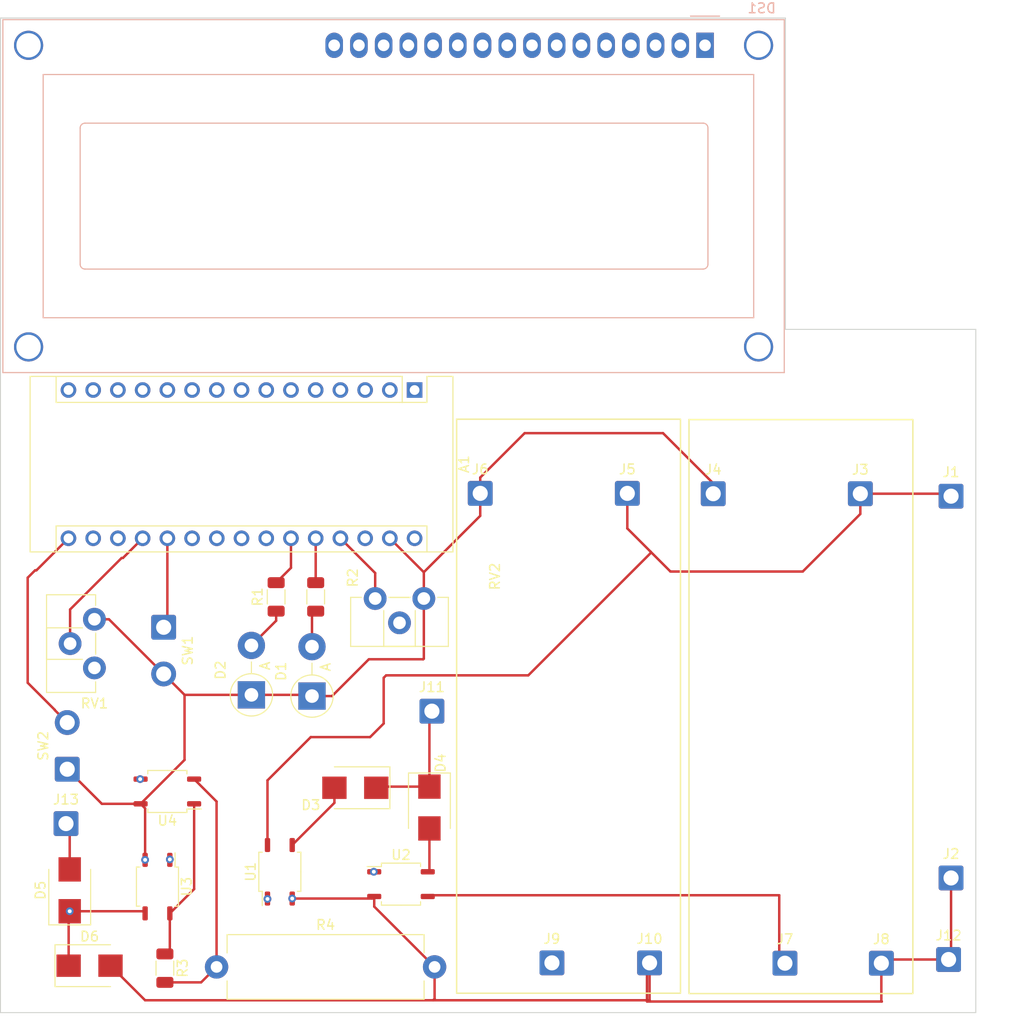
<source format=kicad_pcb>
(kicad_pcb (version 20211014) (generator pcbnew)
  (title_block (title "MPNtest") (date "2022-05-18"))
  (layers (0 "F.Cu" signal) (1 "In1.Cu" signal) (2 "In2.Cu" signal) (3 "In3.Cu" signal) (4 "In4.Cu" signal) (31 "B.Cu" signal) (34 "B.Paste" user) (35 "F.Paste" user) (36 "B.SilkS" user "B.Silkscreen") (37 "F.SilkS" user "F.Silkscreen") (38 "B.Mask" user) (39 "F.Mask" user) (44 "Edge.Cuts" user))
  (net 0 "")
  (net 6 "Net-(A1-Pad19)")
  (net 7 "GND")
  (net 8 "/load_on")
  (net 9 "/load_sens")
  (net 10 "/LV_on")
  (net 11 "/HV_on")
  (net 12 "Net-(A1-Pad16)")
  (net 13 "/LCD_E")
  (net 14 "Net-(A1-Pad27)")
  (net 15 "/LCD_RS")
  (net 17 "/LCD_D4")
  (net 18 "/LCD_D5")
  (net 19 "/VDD")
  (net 20 "/LCD_D6")
  (net 21 "/LCD_D7")
  (net 22 "Net-(D3-Pad1)")
  (net 23 "Net-(D3-Pad2)")
  (net 24 "Net-(D4-Pad2)")
  (net 25 "Net-(D5-Pad2)")
  (net 26 "Net-(DS1-Pad3)")
  (net 31 "Net-(J1-Pad1)")
  (net 32 "Net-(J7-Pad1)")
  (net 33 "Net-(R3-Pad1)")
  (net 34 "Net-(R3-Pad2)")
  (net 35 "Net-(D1-Pad2)")
  (net 41 "Net-(A1-Pad20)")
  (net 42 "Net-(A1-Pad25)")
  (net 43 "Net-(A1-Pad26)")
  (net 44 "Net-(D2-Pad2)")
  (net 45 "Net-(D5-Pad1)")
  (footprint "Diode_SMD:D_SMB" (layer "F.Cu") (at 78.613 135.255 -90)
    (fp_text reference "D4" (at -4.572 -1.143 90) (layer "F.SilkS"))
    (fp_text value "10BQ060")
    (fp_line (start -3.55 -2.15) (end -3.55 2.15) (layer "F.SilkS") (width 0.12))
    (fp_line (start -3.55 -2.15) (end 2.15 -2.15) (layer "F.SilkS") (width 0.12))
    (fp_line (start -3.55 2.15) (end 2.15 2.15) (layer "F.SilkS") (width 0.12))
    (pad "1" smd rect locked (at -2.15 0 270) (size 2.5 2.3) (layers "F.Cu" "F.Paste" "F.Mask") (net 22 "Net-(D3-Pad1)"))
    (pad "2" smd rect locked (at 2.15 0 270) (size 2.5 2.3) (layers "F.Cu" "F.Paste" "F.Mask") (net 24 "Net-(D4-Pad2)"))
  )
  (footprint "Diode_THT:D_5W_P5.08mm_Vertical_AnodeUp" (layer "F.Cu") (at 66.548 123.799051 90)
    (fp_text reference "D1" (at 2.54 -3.174899 90) (layer "F.SilkS"))
    (fp_text value "green(ok)")
    (fp_text user "A" (at 2.98 1.4 90) (layer "F.SilkS"))
    (fp_line (start 2.174899 0) (end 3.38 0) (layer "F.SilkS") (width 0.12))
    (fp_circle (center 0 0) (end 2.174899 0) (layer "F.SilkS") (width 0.12) (fill none))
    (pad "1" thru_hole rect locked (at 0 0 90) (size 2.8 2.8) (drill 1.4) (layers *.Cu *.Mask) (net 7 "GND"))
    (pad "2" thru_hole oval locked (at 5.08 0 90) (size 2.8 2.8) (drill 1.4) (layers *.Cu *.Mask) (net 35 "Net-(D1-Pad2)"))
  )
  (footprint "Connector_Wire:SolderWire-0.75sqmm_1x02_P4.8mm_D1.25mm_OD2.3mm" (layer "F.Cu") (at 51.308 116.726 -90)
    (fp_text reference "SW1" (at 2.4 -2.47 -270) (layer "F.SilkS"))
    (fp_text value "6.3V / 5V switch")
    (pad "1" thru_hole roundrect locked (at 0 0 270) (size 2.55 2.55) (drill 1.55) (layers *.Cu *.Mask) (roundrect_rratio 0.098039) (net 41 "Net-(A1-Pad20)"))
    (pad "2" thru_hole circle locked (at 4.8 0 270) (size 2.55 2.55) (drill 1.55) (layers *.Cu *.Mask) (net 7 "GND"))
  )
  (footprint "Connector_Wire:SolderWire-0.75sqmm_1x01_D1.25mm_OD2.3mm" (layer "F.Cu") (at 41.275 136.906)
    (fp_text reference "J13" (at 0 -2.47) (layer "F.SilkS"))
    (fp_text value "MPN_test +Vout")
    (pad "1" thru_hole roundrect locked (at 0 0) (size 2.55 2.55) (drill 1.55) (layers *.Cu *.Mask) (roundrect_rratio 0.098039) (net 25 "Net-(D5-Pad2)"))
  )
  (footprint "Connector_Wire:SolderWire-0.75sqmm_1x01_D1.25mm_OD2.3mm" (layer "F.Cu") (at 101.232 151.221)
    (fp_text reference "J10" (at 0 -2.47) (layer "F.SilkS"))
    (fp_text value "MP55xVDD GND out")
    (pad "1" thru_hole roundrect locked (at 0 0) (size 2.55 2.55) (drill 1.55) (layers *.Cu *.Mask) (roundrect_rratio 0.098039) (net 7 "GND"))
  )
  (footprint "Connector_Wire:SolderWire-0.75sqmm_1x01_D1.25mm_OD2.3mm" (layer "F.Cu") (at 83.833 102.961)
    (fp_text reference "J6" (at 0 -2.47) (layer "F.SilkS"))
    (fp_text value "MP55xVDD GND in")
    (pad "1" thru_hole roundrect locked (at 0 0) (size 2.55 2.55) (drill 1.55) (layers *.Cu *.Mask) (roundrect_rratio 0.098039) (net 7 "GND"))
  )
  (footprint "Resistor_SMD:R_1206_3216Metric" (layer "F.Cu") (at 51.435 151.765 -90)
    (fp_text reference "R3" (at 0 -1.82 -270) (layer "F.SilkS"))
    (fp_text value "2 Ом")
    (fp_line (start -0.727064 -0.91) (end 0.727064 -0.91) (layer "F.SilkS") (width 0.12))
    (fp_line (start -0.727064 0.91) (end 0.727064 0.91) (layer "F.SilkS") (width 0.12))
    (pad "1" smd roundrect locked (at -1.4625 0 270) (size 1.125 1.75) (layers "F.Cu" "F.Paste" "F.Mask") (roundrect_rratio 0.222222) (net 33 "Net-(R3-Pad1)"))
    (pad "2" smd roundrect locked (at 1.4625 0 270) (size 1.125 1.75) (layers "F.Cu" "F.Paste" "F.Mask") (roundrect_rratio 0.222222) (net 34 "Net-(R3-Pad2)"))
  )
  (footprint "Diode_SMD:D_SMB" (layer "F.Cu") (at 43.697 151.511)
    (fp_text reference "D6" (at 0 -3) (layer "F.SilkS"))
    (fp_text value "1N4746A (18V) x20pcs")
    (fp_line (start -3.55 -2.15) (end 2.15 -2.15) (layer "F.SilkS") (width 0.12))
    (fp_line (start -3.55 2.15) (end 2.15 2.15) (layer "F.SilkS") (width 0.12))
    (fp_line (start -3.55 -2.15) (end -3.55 2.15) (layer "F.SilkS") (width 0.12))
    (pad "1" smd rect locked (at -2.15 0) (size 2.5 2.3) (layers "F.Cu" "F.Paste" "F.Mask") (net 45 "Net-(D5-Pad1)"))
    (pad "2" smd rect locked (at 2.15 0) (size 2.5 2.3) (layers "F.Cu" "F.Paste" "F.Mask") (net 7 "GND"))
  )
  (footprint "Connector_Wire:SolderWire-0.75sqmm_1x01_D1.25mm_OD2.3mm" (layer "F.Cu") (at 107.7725 102.997)
    (fp_text reference "J4" (at 0 -2.47) (layer "F.SilkS"))
    (fp_text value "MP55x9V GND in")
    (pad "1" thru_hole roundrect locked (at 0 0) (size 2.55 2.55) (drill 1.55) (layers *.Cu *.Mask) (roundrect_rratio 0.098039) (net 7 "GND"))
  )
  (footprint "Connector_Wire:SolderWire-0.75sqmm_1x01_D1.25mm_OD2.3mm" (layer "F.Cu") (at 115.1385 151.257)
    (fp_text reference "J7" (at 0 -2.47) (layer "F.SilkS"))
    (fp_text value "MP55x9V +9V out")
    (pad "1" thru_hole roundrect locked (at 0 0) (size 2.55 2.55) (drill 1.55) (layers *.Cu *.Mask) (roundrect_rratio 0.098039) (net 32 "Net-(J7-Pad1)"))
  )
  (footprint "Connector_Wire:SolderWire-0.75sqmm_1x01_D1.25mm_OD2.3mm" (layer "F.Cu") (at 132.207 103.251)
    (fp_text reference "J1" (at 0 -2.47) (layer "F.SilkS"))
    (fp_text value "MeanWell +48V out")
    (pad "1" thru_hole roundrect locked (at 0 0) (size 2.55 2.55) (drill 1.55) (layers *.Cu *.Mask) (roundrect_rratio 0.098039) (net 31 "Net-(J1-Pad1)"))
  )
  (footprint "Connector_Wire:SolderWire-0.75sqmm_1x01_D1.25mm_OD2.3mm" (layer "F.Cu") (at 131.953 150.876)
    (fp_text reference "J12" (at 0 -2.47) (layer "F.SilkS"))
    (fp_text value "MPN_test GND")
    (pad "1" thru_hole roundrect locked (at 0 0) (size 2.55 2.55) (drill 1.55) (layers *.Cu *.Mask) (roundrect_rratio 0.098039) (net 7 "GND"))
  )
  (footprint "Connector_Wire:SolderWire-0.75sqmm_1x01_D1.25mm_OD2.3mm" (layer "F.Cu") (at 78.867 125.349)
    (fp_text reference "J11" (at 0 -2.47) (layer "F.SilkS"))
    (fp_text value "MPN_test +Vin ")
    (pad "1" thru_hole roundrect locked (at 0 0) (size 2.55 2.55) (drill 1.55) (layers *.Cu *.Mask) (roundrect_rratio 0.098039) (net 22 "Net-(D3-Pad1)"))
  )
  (footprint "Diode_SMD:D_SMB" (layer "F.Cu") (at 71.002 133.223 180)
    (fp_text reference "D3" (at 4.572 -1.778) (layer "F.SilkS"))
    (fp_text value "10BQ060")
    (fp_line (start -3.55 -2.15) (end -3.55 2.15) (layer "F.SilkS") (width 0.12))
    (fp_line (start -3.55 2.15) (end 2.15 2.15) (layer "F.SilkS") (width 0.12))
    (fp_line (start -3.55 -2.15) (end 2.15 -2.15) (layer "F.SilkS") (width 0.12))
    (pad "1" smd rect locked (at -2.15 0 180) (size 2.5 2.3) (layers "F.Cu" "F.Paste" "F.Mask") (net 22 "Net-(D3-Pad1)"))
    (pad "2" smd rect locked (at 2.15 0 180) (size 2.5 2.3) (layers "F.Cu" "F.Paste" "F.Mask") (net 23 "Net-(D3-Pad2)"))
  )
  (footprint "Resistor_SMD:R_1206_3216Metric" (layer "F.Cu") (at 66.929 113.6035 90)
    (fp_text reference "R2" (at 1.9705 3.81 90) (layer "F.SilkS"))
    (fp_text value "3 кОм")
    (fp_line (start -0.727064 -0.91) (end 0.727064 -0.91) (layer "F.SilkS") (width 0.12))
    (fp_line (start -0.727064 0.91) (end 0.727064 0.91) (layer "F.SilkS") (width 0.12))
    (pad "1" smd roundrect locked (at -1.4625 0 90) (size 1.125 1.75) (layers "F.Cu" "F.Paste" "F.Mask") (roundrect_rratio 0.222222) (net 35 "Net-(D1-Pad2)"))
    (pad "2" smd roundrect locked (at 1.4625 0 90) (size 1.125 1.75) (layers "F.Cu" "F.Paste" "F.Mask") (roundrect_rratio 0.222222) (net 43 "Net-(A1-Pad26)"))
  )
  (footprint "Connector_Wire:SolderWire-0.75sqmm_1x01_D1.25mm_OD2.3mm" (layer "F.Cu") (at 91.199 151.221)
    (fp_text reference "J9" (at 0 -2.47) (layer "F.SilkS"))
    (fp_text value "MP55xVDD +9V out")
    (pad "1" thru_hole roundrect locked (at 0 0) (size 2.55 2.55) (drill 1.55) (layers *.Cu *.Mask) (roundrect_rratio 0.098039) (net 19 "/VDD"))
  )
  (footprint "Potentiometer_THT:Potentiometer_ACP_CA9-H2,5_Horizontal" (layer "F.Cu") (at 44.196 120.904 180)
    (fp_text reference "RV1" (at 0 -3.65) (layer "F.SilkS"))
    (fp_text value "22 кОм Uout_meas_cal")
    (fp_line (start 4.92 -2.521) (end 4.92 7.52) (layer "F.SilkS") (width 0.12))
    (fp_line (start -0.121 -2.521) (end 4.92 -2.521) (layer "F.SilkS") (width 0.12))
    (fp_line (start 1.237 4.12) (end 4.92 4.12) (layer "F.SilkS") (width 0.12))
    (fp_line (start -0.121 6.425) (end -0.121 7.52) (layer "F.SilkS") (width 0.12))
    (fp_line (start -0.121 1.426) (end -0.121 3.575) (layer "F.SilkS") (width 0.12))
    (fp_line (start -0.121 7.52) (end 4.92 7.52) (layer "F.SilkS") (width 0.12))
    (fp_line (start -0.121 1.426) (end -0.121 3.575) (layer "F.SilkS") (width 0.12))
    (fp_line (start 1.237 0.88) (end 4.92 0.88) (layer "F.SilkS") (width 0.12))
    (fp_line (start -0.121 -2.521) (end -0.121 -1.426) (layer "F.SilkS") (width 0.12))
    (fp_line (start 4.92 0.88) (end 4.92 4.12) (layer "F.SilkS") (width 0.12))
    (pad "1" thru_hole circle locked (at 0 0 180) (size 2.34 2.34) (drill 1.3) (layers *.Cu *.Mask) (net 45 "Net-(D5-Pad1)"))
    (pad "2" thru_hole circle locked (at 2.5 2.5 180) (size 2.34 2.34) (drill 1.3) (layers *.Cu *.Mask) (net 6 "Net-(A1-Pad19)"))
    (pad "3" thru_hole circle locked (at 0 5 180) (size 2.34 2.34) (drill 1.3) (layers *.Cu *.Mask) (net 7 "GND"))
  )
  (footprint "Connector_Wire:SolderWire-0.75sqmm_1x02_P4.8mm_D1.25mm_OD2.3mm" (layer "F.Cu") (at 41.402 131.318 90)
    (fp_text reference "SW2" (at 2.4 -2.47 90) (layer "F.SilkS"))
    (fp_text value "Start")
    (pad "1" thru_hole roundrect locked (at 0 0 90) (size 2.55 2.55) (drill 1.55) (layers *.Cu *.Mask) (roundrect_rratio 0.098039) (net 7 "GND"))
    (pad "2" thru_hole circle locked (at 4.8 0 90) (size 2.55 2.55) (drill 1.55) (layers *.Cu *.Mask) (net 12 "Net-(A1-Pad16)"))
  )
  (footprint "Resistor_THT:R_Axial_Power_L20.0mm_W6.4mm_P22.40mm" (layer "F.Cu") (at 56.745 151.638)
    (fp_text reference "R4" (at 11.2 -4.32) (layer "F.SilkS"))
    (fp_text value "100 Ом 2Вт")
    (fp_line (start 1.08 1.44) (end 1.08 3.32) (layer "F.SilkS") (width 0.12))
    (fp_line (start 21.32 -3.32) (end 21.32 -1.44) (layer "F.SilkS") (width 0.12))
    (fp_line (start 21.32 3.32) (end 21.32 1.44) (layer "F.SilkS") (width 0.12))
    (fp_line (start 1.08 3.32) (end 21.32 3.32) (layer "F.SilkS") (width 0.12))
    (fp_line (start 1.08 -1.44) (end 1.08 -3.32) (layer "F.SilkS") (width 0.12))
    (fp_line (start 1.08 -3.32) (end 21.32 -3.32) (layer "F.SilkS") (width 0.12))
    (pad "1" thru_hole circle locked (at 0 0) (size 2.4 2.4) (drill 1.2) (layers *.Cu *.Mask) (net 34 "Net-(R3-Pad2)"))
    (pad "2" thru_hole oval locked (at 22.4 0) (size 2.4 2.4) (drill 1.2) (layers *.Cu *.Mask) (net 7 "GND"))
  )
  (footprint "Connector_Wire:SolderWire-0.75sqmm_1x01_D1.25mm_OD2.3mm" (layer "F.Cu") (at 125.0445 151.257)
    (fp_text reference "J8" (at 0 -2.47) (layer "F.SilkS"))
    (fp_text value "MP55x9V GND out")
    (pad "1" thru_hole roundrect locked (at 0 0) (size 2.55 2.55) (drill 1.55) (layers *.Cu *.Mask) (roundrect_rratio 0.098039) (net 7 "GND"))
  )
  (footprint "Connector_Wire:SolderWire-0.75sqmm_1x01_D1.25mm_OD2.3mm" (layer "F.Cu") (at 98.946 102.961)
    (fp_text reference "J5" (at 0 -2.47) (layer "F.SilkS"))
    (fp_text value "MP55xVDD +48V in")
    (pad "1" thru_hole roundrect locked (at 0 0) (size 2.55 2.55) (drill 1.55) (layers *.Cu *.Mask) (roundrect_rratio 0.098039) (net 31 "Net-(J1-Pad1)"))
  )
  (footprint "Package_SO:SOP-4_3.8x4.1mm_P2.54mm" (layer "F.Cu") (at 63.246 141.859 90)
    (fp_text reference "U1" (at 0 -3 90) (layer "F.SilkS"))
    (fp_text value "CPC1030N")
    (fp_line (start 0 -2.16) (end -2.01 -2.16) (layer "F.SilkS") (width 0.12))
    (fp_line (start 2.01 2.16) (end 2.01 1.805) (layer "F.SilkS") (width 0.12))
    (fp_line (start -2.01 2.16) (end -2.01 1.805) (layer "F.SilkS") (width 0.12))
    (fp_line (start 0 -2.16) (end 2.01 -2.16) (layer "F.SilkS") (width 0.12))
    (fp_line (start 0 2.16) (end 2.01 2.16) (layer "F.SilkS") (width 0.12))
    (fp_line (start -2.01 -1.805) (end -3.475 -1.805) (layer "F.SilkS") (width 0.12))
    (fp_line (start 0 2.16) (end -2.01 2.16) (layer "F.SilkS") (width 0.12))
    (fp_line (start 2.01 -2.16) (end 2.01 -1.805) (layer "F.SilkS") (width 0.12))
    (fp_line (start -2.01 -2.16) (end -2.01 -1.805) (layer "F.SilkS") (width 0.12))
    (pad "1" smd roundrect locked (at -2.75 -1.27 90) (size 1.45 0.55) (layers "F.Cu" "F.Paste" "F.Mask") (net 11 "/HV_on"))
    (pad "2" smd roundrect locked (at -2.75 1.27 90) (size 1.45 0.55) (layers "F.Cu" "F.Paste" "F.Mask") (net 7 "GND"))
    (pad "3" smd roundrect locked (at 2.75 1.27 90) (size 1.45 0.55) (layers "F.Cu" "F.Paste" "F.Mask") (net 23 "Net-(D3-Pad2)"))
    (pad "4" smd roundrect locked (at 2.75 -1.27 90) (size 1.45 0.55) (layers "F.Cu" "F.Paste" "F.Mask") (net 31 "Net-(J1-Pad1)"))
  )
  (footprint "Diode_THT:D_5W_P5.08mm_Vertical_AnodeUp" (layer "F.Cu") (at 60.325 123.672051 90)
    (fp_text reference "D2" (at 2.54 -3.174899 90) (layer "F.SilkS"))
    (fp_text value "red(not ok)")
    (fp_text user "A" (at 2.98 1.4 90) (layer "F.SilkS"))
    (fp_line (start 2.174899 0) (end 3.38 0) (layer "F.SilkS") (width 0.12))
    (fp_circle (center 0 0) (end 2.174899 0) (layer "F.SilkS") (width 0.12) (fill none))
    (pad "1" thru_hole rect locked (at 0 0 90) (size 2.8 2.8) (drill 1.4) (layers *.Cu *.Mask) (net 7 "GND"))
    (pad "2" thru_hole oval locked (at 5.08 0 90) (size 2.8 2.8) (drill 1.4) (layers *.Cu *.Mask) (net 44 "Net-(D2-Pad2)"))
  )
  (footprint "Module:Arduino_Nano" (layer "F.Cu") (at 77.089 92.339 -90)
    (fp_text reference "A1" (at 7.62 -5.08 90) (layer "F.SilkS"))
    (fp_text value "Arduino_Nano_v2.x")
    (fp_line (start 1.27 1.27) (end 1.27 -1.27) (layer "F.SilkS") (width 0.12))
    (fp_line (start 13.97 36.83) (end 16.64 36.83) (layer "F.SilkS") (width 0.12))
    (fp_line (start 1.27 1.27) (end -1.4 1.27) (layer "F.SilkS") (width 0.12))
    (fp_line (start -1.4 39.5) (end 16.64 39.5) (layer "F.SilkS") (width 0.12))
    (fp_line (start -1.4 1.27) (end -1.4 39.5) (layer "F.SilkS") (width 0.12))
    (fp_line (start -1.4 -3.94) (end -1.4 -1.27) (layer "F.SilkS") (width 0.12))
    (fp_line (start 13.97 -1.27) (end 16.64 -1.27) (layer "F.SilkS") (width 0.12))
    (fp_line (start 16.64 -3.94) (end -1.4 -3.94) (layer "F.SilkS") (width 0.12))
    (fp_line (start 1.27 -1.27) (end -1.4 -1.27) (layer "F.SilkS") (width 0.12))
    (fp_line (start 13.97 -1.27) (end 13.97 36.83) (layer "F.SilkS") (width 0.12))
    (fp_line (start 1.27 1.27) (end 1.27 36.83) (layer "F.SilkS") (width 0.12))
    (fp_line (start 16.64 39.5) (end 16.64 -3.94) (layer "F.SilkS") (width 0.12))
    (fp_line (start 1.27 36.83) (end -1.4 36.83) (layer "F.SilkS") (width 0.12))
    (pad "1" thru_hole rect locked (at 0 0 270) (size 1.6 1.6) (drill 1) (layers *.Cu *.Mask))
    (pad "2" thru_hole oval locked (at 0 2.54 270) (size 1.6 1.6) (drill 1) (layers *.Cu *.Mask))
    (pad "3" thru_hole oval locked (at 0 5.08 270) (size 1.6 1.6) (drill 1) (layers *.Cu *.Mask))
    (pad "4" thru_hole oval locked (at 0 7.62 270) (size 1.6 1.6) (drill 1) (layers *.Cu *.Mask) (net 7 "GND"))
    (pad "5" thru_hole oval locked (at 0 10.16 270) (size 1.6 1.6) (drill 1) (layers *.Cu *.Mask))
    (pad "6" thru_hole oval locked (at 0 12.7 270) (size 1.6 1.6) (drill 1) (layers *.Cu *.Mask))
    (pad "7" thru_hole oval locked (at 0 15.24 270) (size 1.6 1.6) (drill 1) (layers *.Cu *.Mask))
    (pad "8" thru_hole oval locked (at 0 17.78 270) (size 1.6 1.6) (drill 1) (layers *.Cu *.Mask))
    (pad "9" thru_hole oval locked (at 0 20.32 270) (size 1.6 1.6) (drill 1) (layers *.Cu *.Mask))
    (pad "10" thru_hole oval locked (at 0 22.86 270) (size 1.6 1.6) (drill 1) (layers *.Cu *.Mask) (net 15 "/LCD_RS"))
    (pad "11" thru_hole oval locked (at 0 25.4 270) (size 1.6 1.6) (drill 1) (layers *.Cu *.Mask) (net 13 "/LCD_E"))
    (pad "12" thru_hole oval locked (at 0 27.94 270) (size 1.6 1.6) (drill 1) (layers *.Cu *.Mask) (net 17 "/LCD_D4"))
    (pad "13" thru_hole oval locked (at 0 30.48 270) (size 1.6 1.6) (drill 1) (layers *.Cu *.Mask) (net 18 "/LCD_D5"))
    (pad "14" thru_hole oval locked (at 0 33.02 270) (size 1.6 1.6) (drill 1) (layers *.Cu *.Mask) (net 20 "/LCD_D6"))
    (pad "15" thru_hole oval locked (at 0 35.56 270) (size 1.6 1.6) (drill 1) (layers *.Cu *.Mask) (net 21 "/LCD_D7"))
    (pad "16" thru_hole oval locked (at 15.24 35.56 270) (size 1.6 1.6) (drill 1) (layers *.Cu *.Mask) (net 12 "Net-(A1-Pad16)"))
    (pad "17" thru_hole oval locked (at 15.24 33.02 270) (size 1.6 1.6) (drill 1) (layers *.Cu *.Mask))
    (pad "18" thru_hole oval locked (at 15.24 30.48 270) (size 1.6 1.6) (drill 1) (layers *.Cu *.Mask))
    (pad "19" thru_hole oval locked (at 15.24 27.94 270) (size 1.6 1.6) (drill 1) (layers *.Cu *.Mask) (net 6 "Net-(A1-Pad19)"))
    (pad "20" thru_hole oval locked (at 15.24 25.4 270) (size 1.6 1.6) (drill 1) (layers *.Cu *.Mask) (net 41 "Net-(A1-Pad20)"))
    (pad "21" thru_hole oval locked (at 15.24 22.86 270) (size 1.6 1.6) (drill 1) (layers *.Cu *.Mask) (net 8 "/load_on"))
    (pad "22" thru_hole oval locked (at 15.24 20.32 270) (size 1.6 1.6) (drill 1) (layers *.Cu *.Mask) (net 9 "/load_sens"))
    (pad "23" thru_hole oval locked (at 15.24 17.78 270) (size 1.6 1.6) (drill 1) (layers *.Cu *.Mask) (net 10 "/LV_on"))
    (pad "24" thru_hole oval locked (at 15.24 15.24 270) (size 1.6 1.6) (drill 1) (layers *.Cu *.Mask) (net 11 "/HV_on"))
    (pad "25" thru_hole oval locked (at 15.24 12.7 270) (size 1.6 1.6) (drill 1) (layers *.Cu *.Mask) (net 42 "Net-(A1-Pad25)"))
    (pad "26" thru_hole oval locked (at 15.24 10.16 270) (size 1.6 1.6) (drill 1) (layers *.Cu *.Mask) (net 43 "Net-(A1-Pad26)"))
    (pad "27" thru_hole oval locked (at 15.24 7.62 270) (size 1.6 1.6) (drill 1) (layers *.Cu *.Mask) (net 14 "Net-(A1-Pad27)"))
    (pad "28" thru_hole oval locked (at 15.24 5.08 270) (size 1.6 1.6) (drill 1) (layers *.Cu *.Mask))
    (pad "29" thru_hole oval locked (at 15.24 2.54 270) (size 1.6 1.6) (drill 1) (layers *.Cu *.Mask) (net 7 "GND"))
    (pad "30" thru_hole oval locked (at 15.24 0 270) (size 1.6 1.6) (drill 1) (layers *.Cu *.Mask) (net 19 "/VDD"))
  )
  (footprint "Potentiometer_THT:Potentiometer_ACP_CA9-H2,5_Horizontal" (layer "F.Cu") (at 78.04 113.77 -90)
    (fp_text reference "RV2" (at -2.264 -7.304 90) (layer "F.SilkS"))
    (fp_text value "2,2 кОм LCD_contrast")
    (fp_line (start -0.121 1.426) (end -0.121 3.575) (layer "F.SilkS") (width 0.12))
    (fp_line (start -0.121 7.52) (end 4.92 7.52) (layer "F.SilkS") (width 0.12))
    (fp_line (start 1.237 0.88) (end 4.92 0.88) (layer "F.SilkS") (width 0.12))
    (fp_line (start -0.121 -2.521) (end -0.121 -1.426) (layer "F.SilkS") (width 0.12))
    (fp_line (start -0.121 -2.521) (end 4.92 -2.521) (layer "F.SilkS") (width 0.12))
    (fp_line (start -0.121 6.425) (end -0.121 7.52) (layer "F.SilkS") (width 0.12))
    (fp_line (start 1.237 4.12) (end 4.92 4.12) (layer "F.SilkS") (width 0.12))
    (fp_line (start 4.92 0.88) (end 4.92 4.12) (layer "F.SilkS") (width 0.12))
    (fp_line (start -0.121 1.426) (end -0.121 3.575) (layer "F.SilkS") (width 0.12))
    (fp_line (start 4.92 -2.521) (end 4.92 7.52) (layer "F.SilkS") (width 0.12))
    (pad "1" thru_hole circle locked (at 0 0 270) (size 2.34 2.34) (drill 1.3) (layers *.Cu *.Mask) (net 7 "GND"))
    (pad "2" thru_hole circle locked (at 2.5 2.5 270) (size 2.34 2.34) (drill 1.3) (layers *.Cu *.Mask) (net 26 "Net-(DS1-Pad3)"))
    (pad "3" thru_hole circle locked (at 0 5 270) (size 2.34 2.34) (drill 1.3) (layers *.Cu *.Mask) (net 14 "Net-(A1-Pad27)"))
  )
  (footprint "Package_SO:SOP-4_3.8x4.1mm_P2.54mm" (layer "F.Cu") (at 50.673 143.383 -90)
    (fp_text reference "U3" (at 0 -3 90) (layer "F.SilkS"))
    (fp_text value "CPC1030N")
    (fp_line (start -2.01 2.16) (end -2.01 1.805) (layer "F.SilkS") (width 0.12))
    (fp_line (start 0 -2.16) (end -2.01 -2.16) (layer "F.SilkS") (width 0.12))
    (fp_line (start -2.01 -2.16) (end -2.01 -1.805) (layer "F.SilkS") (width 0.12))
    (fp_line (start -2.01 -1.805) (end -3.475 -1.805) (layer "F.SilkS") (width 0.12))
    (fp_line (start 0 2.16) (end 2.01 2.16) (layer "F.SilkS") (width 0.12))
    (fp_line (start 2.01 2.16) (end 2.01 1.805) (layer "F.SilkS") (width 0.12))
    (fp_line (start 0 -2.16) (end 2.01 -2.16) (layer "F.SilkS") (width 0.12))
    (fp_line (start 2.01 -2.16) (end 2.01 -1.805) (layer "F.SilkS") (width 0.12))
    (fp_line (start 0 2.16) (end -2.01 2.16) (layer "F.SilkS") (width 0.12))
    (pad "1" smd roundrect locked (at -2.75 -1.27 270) (size 1.45 0.55) (layers "F.Cu" "F.Paste" "F.Mask") (net 8 "/load_on"))
    (pad "2" smd roundrect locked (at -2.75 1.27 270) (size 1.45 0.55) (layers "F.Cu" "F.Paste" "F.Mask") (net 7 "GND"))
    (pad "3" smd roundrect locked (at 2.75 1.27 270) (size 1.45 0.55) (layers "F.Cu" "F.Paste" "F.Mask") (net 45 "Net-(D5-Pad1)"))
    (pad "4" smd roundrect locked (at 2.75 -1.27 270) (size 1.45 0.55) (layers "F.Cu" "F.Paste" "F.Mask") (net 33 "Net-(R3-Pad1)"))
  )
  (footprint "Diode_SMD:D_SMB" (layer "F.Cu") (at 41.656 143.764 90)
    (fp_text reference "D5" (at 0 -3 90) (layer "F.SilkS"))
    (fp_text value "10BQ060")
    (fp_line (start -3.55 2.15) (end 2.15 2.15) (layer "F.SilkS") (width 0.12))
    (fp_line (start -3.55 -2.15) (end 2.15 -2.15) (layer "F.SilkS") (width 0.12))
    (fp_line (start -3.55 -2.15) (end -3.55 2.15) (layer "F.SilkS") (width 0.12))
    (pad "1" smd rect locked (at -2.15 0 90) (size 2.5 2.3) (layers "F.Cu" "F.Paste" "F.Mask") (net 45 "Net-(D5-Pad1)"))
    (pad "2" smd rect locked (at 2.15 0 90) (size 2.5 2.3) (layers "F.Cu" "F.Paste" "F.Mask") (net 25 "Net-(D5-Pad2)"))
  )
  (footprint "Package_SO:SOP-4_3.8x4.1mm_P2.54mm" (layer "F.Cu") (at 75.692 143.129)
    (fp_text reference "U2" (at 0 -3) (layer "F.SilkS"))
    (fp_text value "CPC1030N")
    (fp_line (start 0 2.16) (end 2.01 2.16) (layer "F.SilkS") (width 0.12))
    (fp_line (start 2.01 -2.16) (end 2.01 -1.805) (layer "F.SilkS") (width 0.12))
    (fp_line (start 2.01 2.16) (end 2.01 1.805) (layer "F.SilkS") (width 0.12))
    (fp_line (start -2.01 -2.16) (end -2.01 -1.805) (layer "F.SilkS") (width 0.12))
    (fp_line (start -2.01 -1.805) (end -3.475 -1.805) (layer "F.SilkS") (width 0.12))
    (fp_line (start 0 -2.16) (end 2.01 -2.16) (layer "F.SilkS") (width 0.12))
    (fp_line (start 0 -2.16) (end -2.01 -2.16) (layer "F.SilkS") (width 0.12))
    (fp_line (start -2.01 2.16) (end -2.01 1.805) (layer "F.SilkS") (width 0.12))
    (fp_line (start 0 2.16) (end -2.01 2.16) (layer "F.SilkS") (width 0.12))
    (pad "1" smd roundrect locked (at -2.75 -1.27) (size 1.45 0.55) (layers "F.Cu" "F.Paste" "F.Mask") (net 10 "/LV_on"))
    (pad "2" smd roundrect locked (at -2.75 1.27) (size 1.45 0.55) (layers "F.Cu" "F.Paste" "F.Mask") (net 7 "GND"))
    (pad "3" smd roundrect locked (at 2.75 1.27) (size 1.45 0.55) (layers "F.Cu" "F.Paste" "F.Mask") (net 32 "Net-(J7-Pad1)"))
    (pad "4" smd roundrect locked (at 2.75 -1.27) (size 1.45 0.55) (layers "F.Cu" "F.Paste" "F.Mask") (net 24 "Net-(D4-Pad2)"))
  )
  (footprint "Package_SO:SOP-4_3.8x4.1mm_P2.54mm" (layer "F.Cu") (at 51.689 133.604 180)
    (fp_text reference "U4" (at 0 -3) (layer "F.SilkS"))
    (fp_text value "CPC1030N")
    (fp_line (start 2.01 2.16) (end 2.01 1.805) (layer "F.SilkS") (width 0.12))
    (fp_line (start 0 2.16) (end 2.01 2.16) (layer "F.SilkS") (width 0.12))
    (fp_line (start -2.01 2.16) (end -2.01 1.805) (layer "F.SilkS") (width 0.12))
    (fp_line (start 0 2.16) (end -2.01 2.16) (layer "F.SilkS") (width 0.12))
    (fp_line (start -2.01 -1.805) (end -3.475 -1.805) (layer "F.SilkS") (width 0.12))
    (fp_line (start 0 -2.16) (end -2.01 -2.16) (layer "F.SilkS") (width 0.12))
    (fp_line (start 0 -2.16) (end 2.01 -2.16) (layer "F.SilkS") (width 0.12))
    (fp_line (start 2.01 -2.16) (end 2.01 -1.805) (layer "F.SilkS") (width 0.12))
    (fp_line (start -2.01 -2.16) (end -2.01 -1.805) (layer "F.SilkS") (width 0.12))
    (pad "1" smd roundrect locked (at -2.75 -1.27 180) (size 1.45 0.55) (layers "F.Cu" "F.Paste" "F.Mask") (net 33 "Net-(R3-Pad1)"))
    (pad "2" smd roundrect locked (at -2.75 1.27 180) (size 1.45 0.55) (layers "F.Cu" "F.Paste" "F.Mask") (net 34 "Net-(R3-Pad2)"))
    (pad "3" smd roundrect locked (at 2.75 1.27 180) (size 1.45 0.55) (layers "F.Cu" "F.Paste" "F.Mask") (net 9 "/load_sens"))
    (pad "4" smd roundrect locked (at 2.75 -1.27 180) (size 1.45 0.55) (layers "F.Cu" "F.Paste" "F.Mask") (net 7 "GND"))
  )
  (footprint "Connector_Wire:SolderWire-0.75sqmm_1x01_D1.25mm_OD2.3mm" (layer "F.Cu") (at 122.8855 102.997)
    (fp_text reference "J3" (at 0 -2.47) (layer "F.SilkS"))
    (fp_text value "MP55x9V +48V in")
    (pad "1" thru_hole roundrect locked (at 0 0) (size 2.55 2.55) (drill 1.55) (layers *.Cu *.Mask) (roundrect_rratio 0.098039) (net 31 "Net-(J1-Pad1)"))
  )
  (footprint "Resistor_SMD:R_1206_3216Metric" (layer "F.Cu") (at 62.865 113.6035 90)
    (fp_text reference "R1" (at 0 -1.905 90) (layer "F.SilkS"))
    (fp_text value "3 кОм")
    (fp_line (start -0.727064 0.91) (end 0.727064 0.91) (layer "F.SilkS") (width 0.12))
    (fp_line (start -0.727064 -0.91) (end 0.727064 -0.91) (layer "F.SilkS") (width 0.12))
    (pad "1" smd roundrect locked (at -1.4625 0 90) (size 1.125 1.75) (layers "F.Cu" "F.Paste" "F.Mask") (roundrect_rratio 0.222222) (net 44 "Net-(D2-Pad2)"))
    (pad "2" smd roundrect locked (at 1.4625 0 90) (size 1.125 1.75) (layers "F.Cu" "F.Paste" "F.Mask") (roundrect_rratio 0.222222) (net 42 "Net-(A1-Pad25)"))
  )
  (footprint "Connector_Wire:SolderWire-0.75sqmm_1x01_D1.25mm_OD2.3mm" (layer "F.Cu") (at 132.207 142.494)
    (fp_text reference "J2" (at 0 -2.47) (layer "F.SilkS"))
    (fp_text value "MeanWell GND out")
    (pad "1" thru_hole roundrect locked (at 0 0) (size 2.55 2.55) (drill 1.55) (layers *.Cu *.Mask) (roundrect_rratio 0.098039) (net 7 "GND"))
  )
  (footprint "Display:WC1602A" (layer "B.Cu") (at 106.93 56.9055 180)
    (fp_text reference "DS1" (at -5.82 3.81) (layer "B.SilkS") (effects (justify mirror)))
    (fp_text value "WC1602A")
    (fp_line (start 64.2 -8.5) (end 64.2 -22.5) (layer "B.SilkS") (width 0.12))
    (fp_line (start 63.70066 -23) (end 0.2 -23) (layer "B.SilkS") (width 0.12))
    (fp_line (start -8.13 2.64) (end -7.34 2.64) (layer "B.SilkS") (width 0.12))
    (fp_line (start 68 -28) (end -5 -28) (layer "B.SilkS") (width 0.12))
    (fp_line (start -5 -3) (end 68 -3) (layer "B.SilkS") (width 0.12))
    (fp_line (start -5 -28) (end -5 -3) (layer "B.SilkS") (width 0.12))
    (fp_line (start -8.14 2.64) (end -8.14 -33.64) (layer "B.SilkS") (width 0.12))
    (fp_line (start 68 -3) (end 68 -28) (layer "B.SilkS") (width 0.12))
    (fp_line (start -1.5 3) (end 1.5 3) (layer "B.SilkS") (width 0.12))
    (fp_line (start 72.14 2.64) (end -7.34 2.64) (layer "B.SilkS") (width 0.12))
    (fp_line (start -0.29972 -22.49932) (end -0.29972 -8.5) (layer "B.SilkS") (width 0.12))
    (fp_line (start -8.14 -33.64) (end 72.14 -33.64) (layer "B.SilkS") (width 0.12))
    (fp_line (start 0.2 -8) (end 63.7 -8) (layer "B.SilkS") (width 0.12))
    (fp_line (start 72.14 -33.64) (end 72.14 2.64) (layer "B.SilkS") (width 0.12))
    (fp_arc (start 64.2 -8.5) (mid 64.053553 -8.146447) (end 63.7 -8) (layer "B.SilkS") (width 0.12))
    (fp_arc (start -0.29972 -22.49932) (mid -0.153162 -22.853142) (end 0.20066 -22.9997) (layer "B.SilkS") (width 0.12))
    (fp_arc (start 63.70066 -22.9997) (mid 64.054482 -22.853142) (end 64.20104 -22.49932) (layer "B.SilkS") (width 0.12))
    (fp_arc (start 0.20066 -7.99846) (mid -0.153162 -8.145018) (end -0.29972 -8.49884) (layer "B.SilkS") (width 0.12))
    (pad "" thru_hole circle locked (at -5.4991 -31.0007 180) (size 3 3) (drill 2.5) (layers *.Cu *.Mask))
    (pad "" thru_hole circle locked (at -5.4991 0 180) (size 3 3) (drill 2.5) (layers *.Cu *.Mask))
    (pad "" thru_hole circle locked (at 69.5 0 180) (size 3 3) (drill 2.5) (layers *.Cu *.Mask))
    (pad "" thru_hole circle locked (at 69.49948 -31.0007 180) (size 3 3) (drill 2.5) (layers *.Cu *.Mask))
    (pad "1" thru_hole rect locked (at 0 0 180) (size 1.8 2.6) (drill 1.2) (layers *.Cu *.Mask) (net 7 "GND"))
    (pad "2" thru_hole oval locked (at 2.54 0 180) (size 1.8 2.6) (drill 1.2) (layers *.Cu *.Mask) (net 14 "Net-(A1-Pad27)"))
    (pad "3" thru_hole oval locked (at 5.08 0 180) (size 1.8 2.6) (drill 1.2) (layers *.Cu *.Mask) (net 26 "Net-(DS1-Pad3)"))
    (pad "4" thru_hole oval locked (at 7.62 0 180) (size 1.8 2.6) (drill 1.2) (layers *.Cu *.Mask) (net 15 "/LCD_RS"))
    (pad "5" thru_hole oval locked (at 10.16 0 180) (size 1.8 2.6) (drill 1.2) (layers *.Cu *.Mask) (net 7 "GND"))
    (pad "6" thru_hole oval locked (at 12.7 0 180) (size 1.8 2.6) (drill 1.2) (layers *.Cu *.Mask) (net 13 "/LCD_E"))
    (pad "7" thru_hole oval locked (at 15.24 0 180) (size 1.8 2.6) (drill 1.2) (layers *.Cu *.Mask))
    (pad "8" thru_hole oval locked (at 17.78 0 180) (size 1.8 2.6) (drill 1.2) (layers *.Cu *.Mask))
    (pad "9" thru_hole oval locked (at 20.32 0 180) (size 1.8 2.6) (drill 1.2) (layers *.Cu *.Mask))
    (pad "10" thru_hole oval locked (at 22.86 0 180) (size 1.8 2.6) (drill 1.2) (layers *.Cu *.Mask))
    (pad "11" thru_hole oval locked (at 25.4 0 180) (size 1.8 2.6) (drill 1.2) (layers *.Cu *.Mask) (net 17 "/LCD_D4"))
    (pad "12" thru_hole oval locked (at 27.94 0 180) (size 1.8 2.6) (drill 1.2) (layers *.Cu *.Mask) (net 18 "/LCD_D5"))
    (pad "13" thru_hole oval locked (at 30.48 0 180) (size 1.8 2.6) (drill 1.2) (layers *.Cu *.Mask) (net 20 "/LCD_D6"))
    (pad "14" thru_hole oval locked (at 33.02 0 180) (size 1.8 2.6) (drill 1.2) (layers *.Cu *.Mask) (net 21 "/LCD_D7"))
    (pad "15" thru_hole oval locked (at 35.56 0 180) (size 1.8 2.6) (drill 1.2) (layers *.Cu *.Mask) (net 14 "Net-(A1-Pad27)"))
    (pad "16" thru_hole oval locked (at 38.1 0 180) (size 1.8 2.6) (drill 1.2) (layers *.Cu *.Mask) (net 7 "GND"))
  )
  (gr_rect (start 81.407 95.341) (end 104.407 154.341) (layer "F.SilkS") (width 0.15) (fill none))
  (gr_rect (start 105.283 95.377) (end 128.283 154.377) (layer "F.SilkS") (width 0.15) (fill none))
  (gr_line (start 134.747 86.106) (end 134.747 156.337) (layer "Edge.Cuts") (width 0.1))
  (gr_line (start 134.747 156.337) (end 34.544 156.337) (layer "Edge.Cuts") (width 0.1))
  (gr_line (start 34.671 54.102) (end 34.544 54.102) (layer "Edge.Cuts") (width 0.1))
  (gr_line (start 34.544 156.337) (end 34.544 54.102) (layer "Edge.Cuts") (width 0.1))
  (gr_line (start 115.189 54.102) (end 115.189 86.106) (layer "Edge.Cuts") (width 0.1))
  (gr_line (start 34.671 54.102) (end 115.189 54.102) (layer "Edge.Cuts") (width 0.1))
  (gr_line (start 115.189 86.106) (end 134.747 86.106) (layer "Edge.Cuts") (width 0.1))
  (segment (start 41.696 114.895) (end 46.99 109.601) (width 0.25) (layer "F.Cu") (net 6))
  (segment (start 47.127 109.601) (end 49.149 107.579) (width 0.25) (layer "F.Cu") (net 6))
  (segment (start 41.696 118.404) (end 41.696 114.895) (width 0.25) (layer "F.Cu") (net 6))
  (segment (start 46.99 109.601) (end 47.127 109.601) (width 0.25) (layer "F.Cu") (net 6))
  (segment (start 72.942 145.435) (end 72.942 144.399) (width 0.25) (layer "F.Cu") (net 7))
  (segment (start 83.833 105.27) (end 78.0365 111.0665) (width 0.25) (layer "F.Cu") (net 7))
  (segment (start 125.0445 151.257) (end 125.0445 155.1435) (width 0.25) (layer "F.Cu") (net 7))
  (segment (start 44.958 134.874) (end 41.402 131.318) (width 0.25) (layer "F.Cu") (net 7))
  (segment (start 101.232 155.054) (end 101.219 155.067) (width 0.25) (layer "F.Cu") (net 7))
  (segment (start 77.978 120.015) (end 78.04 119.953) (width 0.25) (layer "F.Cu") (net 7))
  (segment (start 78.994 155.067) (end 49.403 155.067) (width 0.25) (layer "F.Cu") (net 7))
  (segment (start 102.616 96.774) (end 88.392 96.774) (width 0.25) (layer "F.Cu") (net 7))
  (segment (start 78.04 111.07) (end 78.0365 111.0665) (width 0.25) (layer "F.Cu") (net 7))
  (segment (start 83.833 101.333) (end 83.833 102.961) (width 0.25) (layer "F.Cu") (net 7))
  (segment (start 100.965 151.488) (end 101.232 151.221) (width 0.25) (layer "F.Cu") (net 7))
  (segment (start 66.548 123.799051) (end 68.605949 123.799051) (width 0.25) (layer "F.Cu") (net 7))
  (segment (start 48.939 134.874) (end 44.958 134.874) (width 0.25) (layer "F.Cu") (net 7))
  (segment (start 79.145 154.916) (end 79.145 151.638) (width 0.25) (layer "F.Cu") (net 7))
  (segment (start 107.7725 101.9305) (end 102.616 96.774) (width 0.25) (layer "F.Cu") (net 7))
  (segment (start 53.454051 130.358949) (end 53.454051 123.672051) (width 0.25) (layer "F.Cu") (net 7))
  (segment (start 132.207 142.494) (end 132.207 150.622) (width 0.25) (layer "F.Cu") (net 7))
  (segment (start 72.732 144.609) (end 72.942 144.399) (width 0.25) (layer "F.Cu") (net 7))
  (segment (start 51.308 121.526) (end 45.686 115.904) (width 0.25) (layer "F.Cu") (net 7))
  (segment (start 48.939 134.874) (end 53.454051 130.358949) (width 0.25) (layer "F.Cu") (net 7))
  (segment (start 45.686 115.904) (end 44.196 115.904) (width 0.25) (layer "F.Cu") (net 7))
  (segment (start 107.7725 102.997) (end 107.7725 101.9305) (width 0.25) (layer "F.Cu") (net 7))
  (segment (start 49.403 135.338) (end 48.939 134.874) (width 0.25) (layer "F.Cu") (net 7))
  (segment (start 78.04 113.77) (end 78.04 111.07) (width 0.25) (layer "F.Cu") (net 7))
  (segment (start 125.0445 155.1435) (end 125.095 155.194) (width 0.25) (layer "F.Cu") (net 7))
  (segment (start 64.516 144.609) (end 72.732 144.609) (width 0.25) (layer "F.Cu") (net 7))
  (segment (start 83.833 102.961) (end 83.833 105.27) (width 0.25) (layer "F.Cu") (net 7))
  (segment (start 101.232 151.221) (end 101.232 155.054) (width 0.25) (layer "F.Cu") (net 7))
  (segment (start 60.325 123.672051) (end 53.454051 123.672051) (width 0.25) (layer "F.Cu") (net 7))
  (segment (start 101.219 155.067) (end 78.994 155.067) (width 0.25) (layer "F.Cu") (net 7))
  (segment (start 132.207 150.622) (end 131.953 150.876) (width 0.25) (layer "F.Cu") (net 7))
  (segment (start 131.953 150.876) (end 125.4255 150.876) (width 0.25) (layer "F.Cu") (net 7))
  (segment (start 78.994 155.067) (end 79.145 154.916) (width 0.25) (layer "F.Cu") (net 7))
  (segment (start 60.325 123.672051) (end 66.421 123.672051) (width 0.25) (layer "F.Cu") (net 7))
  (segment (start 78.04 119.953) (end 78.04 113.77) (width 0.25) (layer "F.Cu") (net 7))
  (segment (start 125.095 155.194) (end 100.965 155.194) (width 0.25) (layer "F.Cu") (net 7))
  (segment (start 49.403 140.633) (end 49.403 135.338) (width 0.25) (layer "F.Cu") (net 7))
  (segment (start 125.4255 150.876) (end 125.0445 151.257) (width 0.25) (layer "F.Cu") (net 7))
  (segment (start 68.605949 123.799051) (end 72.39 120.015) (width 0.25) (layer "F.Cu") (net 7))
  (segment (start 53.454051 123.672051) (end 51.308 121.526) (width 0.25) (layer "F.Cu") (net 7))
  (segment (start 100.965 155.194) (end 100.965 151.488) (width 0.25) (layer "F.Cu") (net 7))
  (segment (start 88.392 96.774) (end 83.833 101.333) (width 0.25) (layer "F.Cu") (net 7))
  (segment (start 78.0365 111.0665) (end 74.549 107.579) (width 0.25) (layer "F.Cu") (net 7))
  (segment (start 79.145 151.638) (end 72.942 145.435) (width 0.25) (layer "F.Cu") (net 7))
  (segment (start 72.39 120.015) (end 77.978 120.015) (width 0.25) (layer "F.Cu") (net 7))
  (segment (start 66.421 123.672051) (end 66.548 123.799051) (width 0.25) (layer "F.Cu") (net 7))
  (segment (start 49.403 155.067) (end 45.847 151.511) (width 0.25) (layer "F.Cu") (net 7))
  (via (at 64.516 144.609) (size 0.8) (drill 0.4) (layers "F.Cu" "B.Cu") (net 7))
  (via (at 49.403 140.633) (size 0.8) (drill 0.4) (layers "F.Cu" "B.Cu") (net 7))
  (via (at 51.943 140.589) (size 0.8) (drill 0.4) (layers "F.Cu" "B.Cu") (net 8))
  (via (at 48.895 132.334) (size 0.8) (drill 0.4) (layers "F.Cu" "B.Cu") (net 9))
  (via (at 72.898 141.859) (size 0.8) (drill 0.4) (layers "F.Cu" "B.Cu") (net 10))
  (via (at 61.976 144.653) (size 0.8) (drill 0.4) (layers "F.Cu" "B.Cu") (net 11))
  (segment (start 40.127 125.217) (end 37.338 122.428) (width 0.25) (layer "F.Cu") (net 12))
  (segment (start 41.402 126.518) (end 40.127 125.243) (width 0.25) (layer "F.Cu") (net 12))
  (segment (start 38.237 110.871) (end 41.529 107.579) (width 0.25) (layer "F.Cu") (net 12))
  (segment (start 40.127 125.243) (end 40.127 125.217) (width 0.25) (layer "F.Cu") (net 12))
  (segment (start 37.338 111.633) (end 38.1 110.871) (width 0.25) (layer "F.Cu") (net 12))
  (segment (start 38.1 110.871) (end 38.237 110.871) (width 0.25) (layer "F.Cu") (net 12))
  (segment (start 37.338 122.428) (end 37.338 111.633) (width 0.25) (layer "F.Cu") (net 12))
  (segment (start 73.04 111.15) (end 69.469 107.579) (width 0.25) (layer "F.Cu") (net 14))
  (segment (start 73.04 113.77) (end 73.04 111.15) (width 0.25) (layer "F.Cu") (net 14))
  (segment (start 73.27 133.105) (end 73.152 133.223) (width 0.25) (layer "F.Cu") (net 22))
  (segment (start 78.613 125.603) (end 78.867 125.349) (width 0.25) (layer "F.Cu") (net 22))
  (segment (start 78.613 133.105) (end 73.27 133.105) (width 0.25) (layer "F.Cu") (net 22))
  (segment (start 78.613 133.105) (end 78.613 125.603) (width 0.25) (layer "F.Cu") (net 22))
  (segment (start 68.852 134.773) (end 64.516 139.109) (width 0.25) (layer "F.Cu") (net 23))
  (segment (start 68.852 133.223) (end 68.852 134.773) (width 0.25) (layer "F.Cu") (net 23))
  (segment (start 78.613 141.688) (end 78.613 137.405) (width 0.25) (layer "F.Cu") (net 24))
  (segment (start 78.442 141.859) (end 78.613 141.688) (width 0.25) (layer "F.Cu") (net 24))
  (segment (start 41.656 137.287) (end 41.275 136.906) (width 0.25) (layer "F.Cu") (net 25))
  (segment (start 41.656 141.614) (end 41.656 137.287) (width 0.25) (layer "F.Cu") (net 25))
  (segment (start 61.976 132.461) (end 66.421 128.016) (width 0.25) (layer "F.Cu") (net 31))
  (segment (start 122.8855 102.997) (end 131.953 102.997) (width 0.25) (layer "F.Cu") (net 31))
  (segment (start 66.421 128.016) (end 72.517 128.016) (width 0.25) (layer "F.Cu") (net 31))
  (segment (start 74.168 121.666) (end 88.773 121.666) (width 0.25) (layer "F.Cu") (net 31))
  (segment (start 116.967 110.998) (end 122.8855 105.0795) (width 0.25) (layer "F.Cu") (net 31))
  (segment (start 103.378 110.998) (end 116.967 110.998) (width 0.25) (layer "F.Cu") (net 31))
  (segment (start 98.946 102.961) (end 98.946 106.566) (width 0.25) (layer "F.Cu") (net 31))
  (segment (start 122.8855 105.0795) (end 122.8855 102.997) (width 0.25) (layer "F.Cu") (net 31))
  (segment (start 73.914 126.619) (end 73.914 121.92) (width 0.25) (layer "F.Cu") (net 31))
  (segment (start 101.346 109.093) (end 101.346 108.966) (width 0.25) (layer "F.Cu") (net 31))
  (segment (start 131.953 102.997) (end 132.207 103.251) (width 0.25) (layer "F.Cu") (net 31))
  (segment (start 98.946 106.566) (end 101.346 108.966) (width 0.25) (layer "F.Cu") (net 31))
  (segment (start 101.346 108.966) (end 103.378 110.998) (width 0.25) (layer "F.Cu") (net 31))
  (segment (start 73.914 121.92) (end 74.168 121.666) (width 0.25) (layer "F.Cu") (net 31))
  (segment (start 88.773 121.666) (end 101.346 109.093) (width 0.25) (layer "F.Cu") (net 31))
  (segment (start 61.976 139.109) (end 61.976 132.461) (width 0.25) (layer "F.Cu") (net 31))
  (segment (start 72.517 128.016) (end 73.914 126.619) (width 0.25) (layer "F.Cu") (net 31))
  (segment (start 114.554 144.272) (end 78.569 144.272) (width 0.25) (layer "F.Cu") (net 32))
  (segment (start 114.554 150.6725) (end 114.554 144.272) (width 0.25) (layer "F.Cu") (net 32))
  (segment (start 78.569 144.272) (end 78.442 144.399) (width 0.25) (layer "F.Cu") (net 32))
  (segment (start 115.1385 151.257) (end 114.554 150.6725) (width 0.25) (layer "F.Cu") (net 32))
  (segment (start 51.943 146.133) (end 51.943 149.7945) (width 0.25) (layer "F.Cu") (net 33))
  (segment (start 51.943 149.7945) (end 51.435 150.3025) (width 0.25) (layer "F.Cu") (net 33))
  (segment (start 51.943 146.133) (end 54.439 143.637) (width 0.25) (layer "F.Cu") (net 33))
  (segment (start 54.439 143.637) (end 54.439 134.874) (width 0.25) (layer "F.Cu") (net 33))
  (segment (start 51.435 153.2275) (end 55.1555 153.2275) (width 0.25) (layer "F.Cu") (net 34))
  (segment (start 56.745 151.638) (end 56.745 134.64) (width 0.25) (layer "F.Cu") (net 34))
  (segment (start 55.1555 153.2275) (end 56.745 151.638) (width 0.25) (layer "F.Cu") (net 34))
  (segment (start 56.745 134.64) (end 54.439 132.334) (width 0.25) (layer "F.Cu") (net 34))
  (segment (start 66.929 115.066) (end 66.548 115.447) (width 0.25) (layer "F.Cu") (net 35))
  (segment (start 66.548 115.447) (end 66.548 118.719051) (width 0.25) (layer "F.Cu") (net 35))
  (segment (start 51.689 116.345) (end 51.308 116.726) (width 0.25) (layer "F.Cu") (net 41))
  (segment (start 51.689 107.579) (end 51.689 116.345) (width 0.25) (layer "F.Cu") (net 41))
  (segment (start 64.389 110.617) (end 64.389 107.579) (width 0.25) (layer "F.Cu") (net 42))
  (segment (start 62.865 112.141) (end 64.389 110.617) (width 0.25) (layer "F.Cu") (net 42))
  (segment (start 66.929 112.141) (end 66.929 107.579) (width 0.25) (layer "F.Cu") (net 43))
  (segment (start 62.865 116.052051) (end 60.325 118.592051) (width 0.25) (layer "F.Cu") (net 44))
  (segment (start 62.865 115.066) (end 62.865 116.052051) (width 0.25) (layer "F.Cu") (net 44))
  (segment (start 41.547 146.023) (end 41.656 145.914) (width 0.25) (layer "F.Cu") (net 45))
  (segment (start 49.184 145.914) (end 41.656 145.914) (width 0.25) (layer "F.Cu") (net 45))
  (segment (start 49.403 146.133) (end 49.184 145.914) (width 0.25) (layer "F.Cu") (net 45))
  (segment (start 41.547 151.511) (end 41.547 146.023) (width 0.25) (layer "F.Cu") (net 45))
  (via (at 41.656 145.914) (size 0.8) (drill 0.4) (layers "F.Cu" "B.Cu") (net 45))
)
</source>
